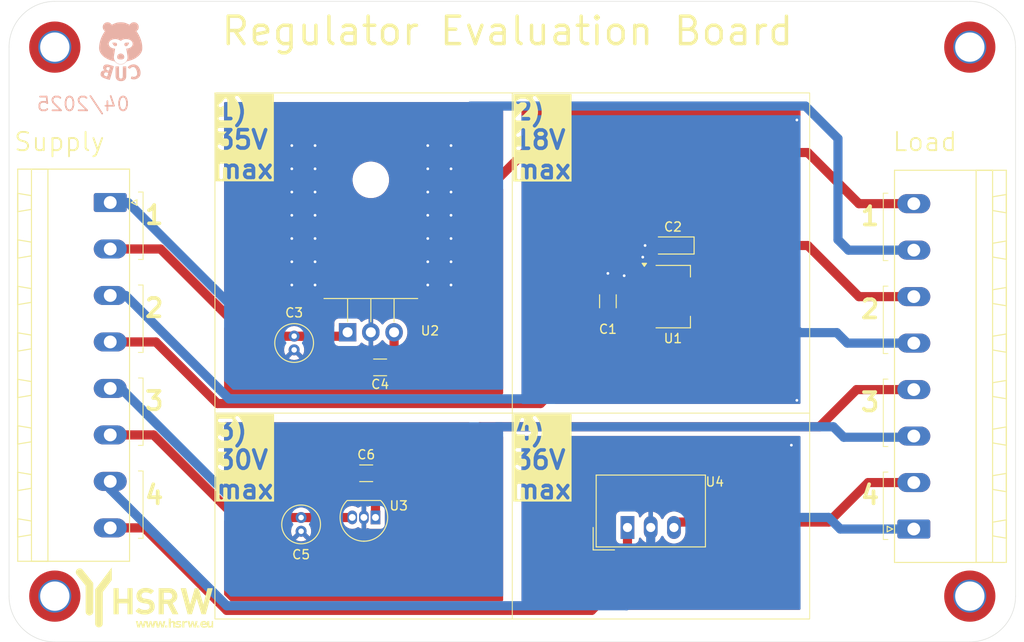
<source format=kicad_pcb>
(kicad_pcb (version 20241229) (generator "pcbnew") (generator_version "9.0")
  (title_block (comment 4 "AISLER Project ID: SXZZMHQP"))
  (layers (0 "F.Cu" signal) (2 "B.Cu" signal) (13 "F.Paste" user) (15 "B.Paste" user) (5 "F.SilkS" user "F.Silkscreen") (7 "B.SilkS" user "B.Silkscreen") (1 "F.Mask" user) (3 "B.Mask" user) (25 "Edge.Cuts" user))
  (net 0 "")
  (net 1 "GND")
  (net 2 "VPP")
  (net 3 "SOT-OUT")
  (net 4 "VAA")
  (net 5 "GND1")
  (net 6 "TO220-OUT")
  (net 7 "GND3")
  (net 8 "VDD")
  (net 9 "TO92-OUT")
  (net 10 "VCC")
  (net 11 "GND2")
  (net 12 "TSR-OUT")
  (footprint "Capacitor_SMD:C_1206_3216Metric" (layer "F.Cu") (at 129.032 131.572 180)
    (property "Reference" "C6" (at 0 2.032 0) (layer "F.SilkS"))
    (property "Value" "100n")
    (pad "1" smd roundrect (at -1.475 0 180) (size 1.15 1.8) (layers "F.Cu" "F.Mask" "F.Paste") (roundrect_rratio 0.217391) (net 9 "TO92-OUT"))
    (pad "2" smd roundrect (at 1.475 0 180) (size 1.15 1.8) (layers "F.Cu" "F.Mask" "F.Paste") (roundrect_rratio 0.217391) (net 7 "GND3"))
  )
  (footprint "MountingHole:MountingHole_3.2mm_M3_DIN965_Pad_TopOnly" (layer "F.Cu") (at 195 85)
    (property "Reference" "H2")
    (property "Value" "MountingHole")
    (pad "1" thru_hole circle (at 0 0) (size 3.6 3.6) (drill 3.2) (layers "*.Cu" "*.Mask"))
    (pad "1" connect circle (at 0 0) (size 5.6 5.6) (layers "F.Cu" "F.Mask"))
  )
  (footprint "Capacitor_SMD:C_1206_3216Metric" (layer "F.Cu") (at 155.448 112.776 90)
    (property "Reference" "C1" (at -3.048 0 180) (layer "F.SilkS"))
    (property "Value" "10u")
    (pad "1" smd roundrect (at -1.475 0 90) (size 1.15 1.8) (layers "F.Cu" "F.Mask" "F.Paste") (roundrect_rratio 0.217391) (net 2 "VPP"))
    (pad "2" smd roundrect (at 1.475 0 90) (size 1.15 1.8) (layers "F.Cu" "F.Mask" "F.Paste") (roundrect_rratio 0.217391) (net 11 "GND2"))
  )
  (footprint "01_MyLibrary:hsrw" (layer "F.Cu") (at 104.8 145.3)
    (property "Reference" "GL2")
    (property "Value" "~" (hide yes))
  )
  (footprint "Connector_Phoenix_MSTB:PhoenixContact_MSTBA_2,5_8-G-5,08_1x08_P5.08mm_Horizontal" (layer "F.Cu") (at 101.0595 101.981 -90)
    (property "Reference" "J1")
    (property "Value" "Conn_01x08")
    (pad "1" thru_hole roundrect (at 0 0 270) (size 2.08 3.6) (drill 1.4) (layers "*.Cu" "*.Mask") (roundrect_rratio 0.120192) (net 5 "GND1"))
    (pad "2" thru_hole oval (at 5.08 0 270) (size 2.08 3.6) (drill 1.4) (layers "*.Cu" "*.Mask") (net 4 "VAA"))
    (pad "3" thru_hole oval (at 10.16 0 270) (size 2.08 3.6) (drill 1.4) (layers "*.Cu" "*.Mask") (net 11 "GND2"))
    (pad "4" thru_hole oval (at 15.24 0 270) (size 2.08 3.6) (drill 1.4) (layers "*.Cu" "*.Mask") (net 2 "VPP"))
    (pad "5" thru_hole oval (at 20.32 0 270) (size 2.08 3.6) (drill 1.4) (layers "*.Cu" "*.Mask") (net 7 "GND3"))
    (pad "6" thru_hole oval (at 25.4 0 270) (size 2.08 3.6) (drill 1.4) (layers "*.Cu" "*.Mask") (net 8 "VDD"))
    (pad "7" thru_hole oval (at 30.48 0 270) (size 2.08 3.6) (drill 1.4) (layers "*.Cu" "*.Mask") (net 1 "GND"))
    (pad "8" thru_hole oval (at 35.56 0 270) (size 2.08 3.6) (drill 1.4) (layers "*.Cu" "*.Mask") (net 10 "VCC"))
  )
  (footprint "Capacitor_Tantalum_SMD:CP_EIA-3216-18_Kemet-A" (layer "F.Cu") (at 162.56 106.68 180)
    (property "Reference" "C2" (at 0 2.032 180) (layer "F.SilkS"))
    (property "Value" "22u")
    (pad "1" smd roundrect (at -1.35 0 180) (size 1.4 1.35) (layers "F.Cu" "F.Mask" "F.Paste") (roundrect_rratio 0.185185) (net 3 "SOT-OUT"))
    (pad "2" smd roundrect (at 1.35 0 180) (size 1.4 1.35) (layers "F.Cu" "F.Mask" "F.Paste") (roundrect_rratio 0.185185) (net 11 "GND2"))
  )
  (footprint "MountingHole:MountingHole_3.2mm_M3_DIN965_Pad_TopOnly" (layer "F.Cu") (at 95 85)
    (property "Reference" "H1")
    (property "Value" "MountingHole")
    (pad "1" thru_hole circle (at 0 0) (size 3.6 3.6) (drill 3.2) (layers "*.Cu" "*.Mask"))
    (pad "1" connect circle (at 0 0) (size 5.6 5.6) (layers "F.Cu" "F.Mask"))
  )
  (footprint "Connector_Phoenix_MSTB:PhoenixContact_MSTBA_2,5_8-G-5,08_1x08_P5.08mm_Horizontal" (layer "F.Cu") (at 188.8815 137.668 90)
    (property "Reference" "J2")
    (property "Value" "Conn_01x08")
    (pad "1" thru_hole roundrect (at 0 0 90) (size 2.08 3.6) (drill 1.4) (layers "*.Cu" "*.Mask") (roundrect_rratio 0.120192) (net 1 "GND"))
    (pad "2" thru_hole oval (at 5.08 0 90) (size 2.08 3.6) (drill 1.4) (layers "*.Cu" "*.Mask") (net 12 "TSR-OUT"))
    (pad "3" thru_hole oval (at 10.16 0 90) (size 2.08 3.6) (drill 1.4) (layers "*.Cu" "*.Mask") (net 7 "GND3"))
    (pad "4" thru_hole oval (at 15.24 0 90) (size 2.08 3.6) (drill 1.4) (layers "*.Cu" "*.Mask") (net 9 "TO92-OUT"))
    (pad "5" thru_hole oval (at 20.32 0 90) (size 2.08 3.6) (drill 1.4) (layers "*.Cu" "*.Mask") (net 11 "GND2"))
    (pad "6" thru_hole oval (at 25.4 0 90) (size 2.08 3.6) (drill 1.4) (layers "*.Cu" "*.Mask") (net 3 "SOT-OUT"))
    (pad "7" thru_hole oval (at 30.48 0 90) (size 2.08 3.6) (drill 1.4) (layers "*.Cu" "*.Mask") (net 5 "GND1"))
    (pad "8" thru_hole oval (at 35.56 0 90) (size 2.08 3.6) (drill 1.4) (layers "*.Cu" "*.Mask") (net 6 "TO220-OUT"))
  )
  (footprint "01_MyLibrary:CUB_tag_back" (layer "F.Cu") (at 102.146489 85.253396)
    (property "Reference" "GL1")
    (property "Value" "~" (hide yes))
  )
  (footprint "Capacitor_THT:C_Radial_D4.0mm_H7.0mm_P1.50mm" (layer "F.Cu") (at 121.92 136.41 -90)
    (property "Reference" "C5" (at 4.052 0 180) (layer "F.SilkS"))
    (property "Value" "330n")
    (pad "1" thru_hole circle (at 0 0 270) (size 1.2 1.2) (drill 0.6) (layers "*.Cu" "*.Mask") (net 8 "VDD"))
    (pad "2" thru_hole circle (at 1.5 0 270) (size 1.2 1.2) (drill 0.6) (layers "*.Cu" "*.Mask") (net 7 "GND3"))
  )
  (footprint "Package_TO_SOT_SMD:SOT-223-3_TabPin2" (layer "F.Cu") (at 162.56 112.268)
    (property "Reference" "U1" (at 0 4.572 180) (layer "F.SilkS"))
    (property "Value" "AZ1117-5.0")
    (pad "1" smd roundrect (at -3.15 -2.3) (size 2 1.5) (layers "F.Cu" "F.Mask" "F.Paste") (net 11 "GND2"))
    (pad "2" smd roundrect (at -3.15 0) (size 2 1.5) (layers "F.Cu" "F.Mask" "F.Paste") (net 3 "SOT-OUT"))
    (pad "2" smd roundrect (at 3.15 0) (size 2 3.8) (layers "F.Cu" "F.Mask" "F.Paste") (net 3 "SOT-OUT"))
    (pad "3" smd roundrect (at -3.15 2.3) (size 2 1.5) (layers "F.Cu" "F.Mask" "F.Paste") (net 2 "VPP"))
  )
  (footprint "Package_TO_SOT_THT:TO-220-3_Horizontal_TabDown" (layer "F.Cu") (at 127 116.164)
    (property "Reference" "U2" (at 9 -0.164 0) (layer "F.SilkS"))
    (property "Value" "LM7805_TO220")
    (pad "" np_thru_hole circle (at 2.54 -16.66) (size 3.5 3.5) (drill 3.5) (layers "*.Cu" "*.Mask"))
    (pad "1" thru_hole rect (at 0 0) (size 1.905 2) (drill 1.1) (layers "*.Cu" "*.Mask") (net 4 "VAA"))
    (pad "2" thru_hole oval (at 2.54 0) (size 1.905 2) (drill 1.1) (layers "*.Cu" "*.Mask") (net 5 "GND1"))
    (pad "3" thru_hole oval (at 5.08 0) (size 1.905 2) (drill 1.1) (layers "*.Cu" "*.Mask") (net 6 "TO220-OUT"))
  )
  (footprint "MountingHole:MountingHole_3.2mm_M3_DIN965_Pad_TopOnly" (layer "F.Cu") (at 195 145)
    (property "Reference" "H4")
    (property "Value" "MountingHole")
    (pad "1" thru_hole circle (at 0 0) (size 3.6 3.6) (drill 3.2) (layers "*.Cu" "*.Mask"))
    (pad "1" connect circle (at 0 0) (size 5.6 5.6) (layers "F.Cu" "F.Mask"))
  )
  (footprint "Package_TO_SOT_THT:TO-92_Inline" (layer "F.Cu") (at 130.048 136.398 180)
    (property "Reference" "U3" (at -2.54 1.27 0) (layer "F.SilkS"))
    (property "Value" "MC78L05_TO92")
    (pad "1" thru_hole rect (at 0 0 180) (size 1.05 1.5) (drill 0.75) (layers "*.Cu" "*.Mask") (net 9 "TO92-OUT"))
    (pad "2" thru_hole oval (at 1.27 0 180) (size 1.05 1.5) (drill 0.75) (layers "*.Cu" "*.Mask") (net 7 "GND3"))
    (pad "3" thru_hole oval (at 2.54 0 180) (size 1.05 1.5) (drill 0.75) (layers "*.Cu" "*.Mask") (net 8 "VDD"))
  )
  (footprint "Capacitor_SMD:C_1206_3216Metric" (layer "F.Cu") (at 130.556 120 180)
    (property "Reference" "C4" (at 0 -1.85 0) (layer "F.SilkS"))
    (property "Value" "100n")
    (pad "1" smd roundrect (at -1.475 0 180) (size 1.15 1.8) (layers "F.Cu" "F.Mask" "F.Paste") (roundrect_rratio 0.217391) (net 6 "TO220-OUT"))
    (pad "2" smd roundrect (at 1.475 0 180) (size 1.15 1.8) (layers "F.Cu" "F.Mask" "F.Paste") (roundrect_rratio 0.217391) (net 5 "GND1"))
  )
  (footprint "Capacitor_THT:C_Radial_D4.0mm_H7.0mm_P1.50mm" (layer "F.Cu") (at 121.158 116.586 -90)
    (property "Reference" "C3" (at -2.552 0 0) (layer "F.SilkS"))
    (property "Value" "330n")
    (pad "1" thru_hole circle (at 0 0 270) (size 1.2 1.2) (drill 0.6) (layers "*.Cu" "*.Mask") (net 4 "VAA"))
    (pad "2" thru_hole circle (at 1.5 0 270) (size 1.2 1.2) (drill 0.6) (layers "*.Cu" "*.Mask") (net 5 "GND1"))
  )
  (footprint "MountingHole:MountingHole_3.2mm_M3_DIN965_Pad_TopOnly" (layer "F.Cu") (at 95 145)
    (property "Reference" "H3")
    (property "Value" "MountingHole")
    (pad "1" thru_hole circle (at 0 0) (size 3.6 3.6) (drill 3.2) (layers "*.Cu" "*.Mask"))
    (pad "1" connect circle (at 0 0) (size 5.6 5.6) (layers "F.Cu" "F.Mask"))
  )
  (footprint "Converter_DCDC:Converter_DCDC_TRACO_TSR-1_THT" (layer "F.Cu") (at 157.5875 137.5)
    (property "Reference" "U4" (at 9.5445 -4.9845 0) (layer "F.SilkS"))
    (property "Value" "TSR_1-2450")
    (pad "1" thru_hole rect (at 0 0) (size 1.5 2.5) (drill 1) (layers "*.Cu" "*.Mask") (net 10 "VCC"))
    (pad "2" thru_hole oval (at 2.54 0) (size 1.5 2.5) (drill 1) (layers "*.Cu" "*.Mask") (net 1 "GND"))
    (pad "3" thru_hole oval (at 5.08 0) (size 1.5 2.5) (drill 1) (layers "*.Cu" "*.Mask") (net 12 "TSR-OUT"))
  )
  (gr_line (start 185.547 131.445) (end 185.547 138.811) (stroke (width 0.1)) (layer "F.SilkS"))
  (gr_line (start 104.14 131.318) (end 104.648 131.318) (stroke (width 0.1)) (layer "F.SilkS"))
  (gr_line (start 185.547 121.285) (end 185.547 128.651) (stroke (width 0.1)) (layer "F.SilkS"))
  (gr_line (start 112.5 125) (end 177.5 125) (stroke (width 0.1)) (layer "F.SilkS"))
  (gr_line (start 185.547 128.651) (end 186.055 128.651) (stroke (width 0.1)) (layer "F.SilkS"))
  (gr_line (start 104.648 100.838) (end 104.648 108.204) (stroke (width 0.1)) (layer "F.SilkS"))
  (gr_line (start 185.547 138.811) (end 186.055 138.811) (stroke (width 0.1)) (layer "F.SilkS"))
  (gr_line (start 186.055 121.285) (end 185.547 121.285) (stroke (width 0.1)) (layer "F.SilkS"))
  (gr_line (start 104.648 118.364) (end 104.14 118.364) (stroke (width 0.1)) (layer "F.SilkS"))
  (gr_line (start 186.055 100.965) (end 185.547 100.965) (stroke (width 0.1)) (layer "F.SilkS"))
  (gr_line (start 104.648 121.158) (end 104.648 128.524) (stroke (width 0.1)) (layer "F.SilkS"))
  (gr_line (start 185.547 100.965) (end 185.547 108.331) (stroke (width 0.1)) (layer "F.SilkS"))
  (gr_rect (start 112.5 90) (end 177.5 147.5) (stroke (width 0.1)) (fill no) (layer "F.SilkS"))
  (gr_line (start 145 90) (end 145 147.5) (stroke (width 0.1)) (layer "F.SilkS"))
  (gr_line (start 104.648 108.204) (end 104.14 108.204) (stroke (width 0.1)) (layer "F.SilkS"))
  (gr_line (start 186.055 111.125) (end 185.547 111.125) (stroke (width 0.1)) (layer "F.SilkS"))
  (gr_line (start 104.648 131.318) (end 104.648 138.684) (stroke (width 0.1)) (layer "F.SilkS"))
  (gr_line (start 104.14 121.158) (end 104.648 121.158) (stroke (width 0.1)) (layer "F.SilkS"))
  (gr_line (start 185.547 118.491) (end 186.055 118.491) (stroke (width 0.1)) (layer "F.SilkS"))
  (gr_line (start 186.055 131.445) (end 185.547 131.445) (stroke (width 0.1)) (layer "F.SilkS"))
  (gr_line (start 104.648 128.524) (end 104.14 128.524) (stroke (width 0.1)) (layer "F.SilkS"))
  (gr_line (start 104.648 110.998) (end 104.648 118.364) (stroke (width 0.1)) (layer "F.SilkS"))
  (gr_line (start 104.648 138.684) (end 104.14 138.684) (stroke (width 0.1)) (layer "F.SilkS"))
  (gr_line (start 185.547 108.331) (end 186.055 108.331) (stroke (width 0.1)) (layer "F.SilkS"))
  (gr_line (start 185.547 111.125) (end 185.547 118.491) (stroke (width 0.1)) (layer "F.SilkS"))
  (gr_line (start 104.14 110.998) (end 104.648 110.998) (stroke (width 0.1)) (layer "F.SilkS"))
  (gr_line (start 104.14 100.838) (end 104.648 100.838) (stroke (width 0.1)) (layer "F.SilkS"))
  (gr_arc (start 90 85) (mid 91.464466 81.464466) (end 95 80) (stroke (width 0.05)) (layer "Edge.Cuts"))
  (gr_line (start 95 150) (end 195 150) (stroke (width 0.05)) (layer "Edge.Cuts"))
  (gr_arc (start 195 80) (mid 198.535534 81.464466) (end 200 85) (stroke (width 0.05)) (layer "Edge.Cuts"))
  (gr_line (start 195 80) (end 95 80) (stroke (width 0.05)) (layer "Edge.Cuts"))
  (gr_line (start 90 85) (end 90 145) (stroke (width 0.05)) (layer "Edge.Cuts"))
  (gr_line (start 200 145) (end 200 85) (stroke (width 0.05)) (layer "Edge.Cuts"))
  (gr_arc (start 200 145) (mid 198.535534 148.535534) (end 195 150) (stroke (width 0.05)) (layer "Edge.Cuts"))
  (gr_arc (start 95 150) (mid 91.464466 148.535534) (end 90 145) (stroke (width 0.05)) (layer "Edge.Cuts"))
  (gr_text "2)\n18V\nmax" (at 144.9832 90.7542 0) (layer "F.SilkS" knockout) (effects (font (size 2 2) (thickness 0.4) (bold yes)) (justify left top)))
  (gr_text "1\n" (at 104.648 104.521 0) (layer "F.SilkS") (effects (font (size 2 2) (thickness 0.4) (bold yes)) (justify left bottom)))
  (gr_text "Supply" (at 90.424 96.52 0) (layer "F.SilkS") (effects (font (size 2 2) (thickness 0.2) (bold yes)) (justify left bottom)))
  (gr_text "2" (at 182.88 114.808 0) (layer "F.SilkS") (effects (font (size 2 2) (thickness 0.4) (bold yes)) (justify left bottom)))
  (gr_text "Regulator Evaluation Board" (at 113 85 0) (layer "F.SilkS") (effects (font (size 3 3) (thickness 0.375)) (justify left bottom)))
  (gr_text "4)\n36V\nmax" (at 144.9832 125.73 0) (layer "F.SilkS" knockout) (effects (font (size 2 2) (thickness 0.4) (bold yes)) (justify left top)))
  (gr_text "3" (at 182.88 124.968 0) (layer "F.SilkS") (effects (font (size 2 2) (thickness 0.4) (bold yes)) (justify left bottom)))
  (gr_text "1)\n35V\nmax" (at 112.4458 90.7288 0) (layer "F.SilkS" knockout) (effects (font (size 2 2) (thickness 0.4) (bold yes)) (justify left top)))
  (gr_text "4" (at 104.648 135.128 0) (layer "F.SilkS") (effects (font (size 2 2) (thickness 0.4) (bold yes)) (justify left bottom)))
  (gr_text "2" (at 104.648 114.681 0) (layer "F.SilkS") (effects (font (size 2 2) (thickness 0.4) (bold yes)) (justify left bottom)))
  (gr_text "1" (at 182.88 104.648 0) (layer "F.SilkS") (effects (font (size 2 2) (thickness 0.4) (bold yes)) (justify left bottom)))
  (gr_text "3)\n30V\nmax" (at 112.4712 125.73 0) (layer "F.SilkS" knockout) (effects (font (size 2 2) (thickness 0.4) (bold yes)) (justify left top)))
  (gr_text "Load" (at 186.436 96.52 0) (layer "F.SilkS") (effects (font (size 2 2) (thickness 0.2) (bold yes)) (justify left bottom)))
  (gr_text "4" (at 182.88 135.128 0) (layer "F.SilkS") (effects (font (size 2 2) (thickness 0.4) (bold yes)) (justify left bottom)))
  (gr_text "3" (at 104.648 124.841 0) (layer "F.SilkS") (effects (font (size 2 2) (thickness 0.4) (bold yes)) (justify left bottom)))
  (gr_text "04/2025" (at 103.3 92.1 0) (layer "B.SilkS") (effects (font (size 1.5 1.5) (thickness 0.1875)) (justify left bottom mirror)))
  (via (at 175.5 128.5) (size 0.7) (drill 0.3) (layers "F.Cu" "B.Cu") (net 1))
  (segment (start 180.848 137.668) (end 179.578 136.398) (width 1) (layer "B.Cu") (net 1))
  (segment (start 188.8815 137.668) (end 180.848 137.668) (width 1) (layer "B.Cu") (net 1))
  (segment (start 160.1275 143.4025) (end 160.1275 137.5) (width 1) (layer "B.Cu") (net 1))
  (segment (start 179.578 136.398) (end 173.228 136.398) (width 1) (layer "B.Cu") (net 1))
  (segment (start 101.0595 133.3175) (end 113.792 146.05) (width 1) (layer "B.Cu") (net 1))
  (segment (start 157.48 146.05) (end 160.1275 143.4025) (width 1) (layer "B.Cu") (net 1))
  (segment (start 173.228 136.398) (end 171.704 134.874) (width 1) (layer "B.Cu") (net 1))
  (segment (start 113.792 146.05) (end 157.48 146.05) (width 1) (layer "B.Cu") (net 1))
  (segment (start 101.0595 132.461) (end 101.0595 133.3175) (width 1) (layer "B.Cu") (net 1))
  (segment (start 148.082 123.952) (end 155.448 116.586) (width 1) (layer "F.Cu") (net 2))
  (segment (start 155.448 114.251) (end 159.093 114.251) (width 1) (layer "F.Cu") (net 2))
  (segment (start 106.045 117.221) (end 112.776 123.952) (width 1) (layer "F.Cu") (net 2))
  (segment (start 101.0595 117.221) (end 106.045 117.221) (width 1) (layer "F.Cu") (net 2))
  (segment (start 112.776 123.952) (end 148.082 123.952) (width 1) (layer "F.Cu") (net 2))
  (segment (start 159.093 114.251) (end 159.41 114.568) (width 1) (layer "F.Cu") (net 2))
  (segment (start 155.448 116.586) (end 155.448 114.251) (width 1) (layer "F.Cu") (net 2))
  (segment (start 182.88 112.268) (end 177.292 106.68) (width 1) (layer "F.Cu") (net 3))
  (segment (start 165.71 109.81) (end 163.91 108.01) (width 1) (layer "F.Cu") (net 3))
  (segment (start 163.91 108.01) (end 163.91 106.68) (width 1) (layer "F.Cu") (net 3))
  (segment (start 159.41 112.268) (end 165.71 112.268) (width 1) (layer "F.Cu") (net 3))
  (segment (start 177.292 106.68) (end 163.91 106.68) (width 1) (layer "F.Cu") (net 3))
  (segment (start 188.8815 112.268) (end 182.88 112.268) (width 1) (layer "F.Cu") (net 3))
  (segment (start 165.71 112.268) (end 165.71 109.81) (width 1) (layer "F.Cu") (net 3))
  (segment (start 121.92 116.598) (end 126.566 116.598) (width 1) (layer "F.Cu") (net 4))
  (segment (start 106.553 107.061) (end 116.09 116.598) (width 1) (layer "F.Cu") (net 4))
  (segment (start 116.09 116.598) (end 121.92 116.598) (width 1) (layer "F.Cu") (net 4))
  (segment (start 126.566 116.598) (end 127 116.164) (width 1) (layer "F.Cu") (net 4))
  (segment (start 101.0595 107.061) (end 106.553 107.061) (width 1) (layer "F.Cu") (net 4))
  (via (at 120.904 110.998) (size 0.6) (drill 0.3) (layers "F.Cu" "B.Cu") (net 5))
  (via (at 120.904 108.458) (size 0.6) (drill 0.3) (layers "F.Cu" "B.Cu") (net 5))
  (via (at 123.444 105.918) (size 0.6) (drill 0.3) (layers "F.Cu" "B.Cu") (net 5))
  (via (at 135.763 108.458) (size 0.6) (drill 0.3) (layers "F.Cu" "B.Cu") (net 5))
  (via (at 123.444 108.458) (size 0.6) (drill 0.3) (layers "F.Cu" "B.Cu") (net 5))
  (via (at 123.444 110.998) (size 0.6) (drill 0.3) (layers "F.Cu" "B.Cu") (net 5))
  (via (at 135.763 105.918) (size 0.6) (drill 0.3) (layers "F.Cu" "B.Cu") (net 5))
  (via (at 123.444 103.378) (size 0.6) (drill 0.3) (layers "F.Cu" "B.Cu") (net 5))
  (via (at 123.444 98.298) (size 0.6) (drill 0.3) (layers "F.Cu" "B.Cu") (net 5))
  (via (at 120.904 95.758) (size 0.6) (drill 0.3) (layers "F.Cu" "B.Cu") (net 5))
  (via (at 135.763 110.998) (size 0.6) (drill 0.3) (layers "F.Cu" "B.Cu") (net 5))
  (via (at 138.303 95.758) (size 0.6) (drill 0.3) (layers "F.Cu" "B.Cu") (net 5))
  (via (at 120.904 98.298) (size 0.6) (drill 0.3) (layers "F.Cu" "B.Cu") (net 5))
  (via (at 120.904 103.378) (size 0.6) (drill 0.3) (layers "F.Cu" "B.Cu") (net 5))
  (via (at 138.303 103.378) (size 0.6) (drill 0.3) (layers "F.Cu" "B.Cu") (net 5))
  (via (at 138.303 108.458) (size 0.6) (drill 0.3) (layers "F.Cu" "B.Cu") (net 5))
  (via (at 135.763 100.838) (size 0.6) (drill 0.3) (layers "F.Cu" "B.Cu") (net 5))
  (via (at 123.444 100.838) (size 0.6) (drill 0.3) (layers "F.Cu" "B.Cu") (net 5))
  (via (at 120.904 100.838) (size 0.6) (drill 0.3) (layers "F.Cu" "B.Cu") (net 5))
  (via (at 135.763 103.378) (size 0.6) (drill 0.3) (layers "F.Cu" "B.Cu") (net 5))
  (via (at 135.763 95.758) (size 0.6) (drill 0.3) (layers "F.Cu" "B.Cu") (net 5))
  (via (at 123.444 95.758) (size 0.6) (drill 0.3) (layers "F.Cu" "B.Cu") (net 5))
  (via (at 135.763 98.298) (size 0.6) (drill 0.3) (layers "F.Cu" "B.Cu") (net 5))
  (via (at 138.303 110.998) (size 0.6) (drill 0.3) (layers "F.Cu" "B.Cu") (net 5))
  (via (at 138.303 98.298) (size 0.6) (drill 0.3) (layers "F.Cu" "B.Cu") (net 5))
  (via (at 138.303 100.838) (size 0.6) (drill 0.3) (layers "F.Cu" "B.Cu") (net 5))
  (via (at 138.303 105.918) (size 0.6) (drill 0.3) (layers "F.Cu" "B.Cu") (net 5))
  (via (at 120.904 105.918) (size 0.6) (drill 0.3) (layers "F.Cu" "B.Cu") (net 5))
  (segment (start 180.594 106.045) (end 181.737 107.188) (width 1) (layer "B.Cu") (net 5))
  (segment (start 140.462 91.44) (end 177.038 91.44) (width 1) (layer "B.Cu") (net 5))
  (segment (start 181.737 107.188) (end 188.8815 107.188) (width 1) (layer "B.Cu") (net 5))
  (segment (start 112.522 111.506) (end 114.554 113.538) (width 1) (layer "B.Cu") (net 5))
  (segment (start 101.0595 101.981) (end 102.997 101.981) (width 1) (layer "B.Cu") (net 5))
  (segment (start 139.954 91.948) (end 140.462 91.44) (width 1) (layer "B.Cu") (net 5))
  (segment (start 102.997 101.981) (end 112.522 111.506) (width 1) (layer "B.Cu") (net 5))
  (segment (start 177.038 91.44) (end 180.594 94.996) (width 1) (layer "B.Cu") (net 5))
  (segment (start 114.554 113.538) (end 115.062 113.538) (width 1) (layer "B.Cu") (net 5))
  (segment (start 180.594 94.996) (end 180.594 106.045) (width 1) (layer "B.Cu") (net 5))
  (segment (start 141.224 115.824) (end 141.224 101.6) (width 1) (layer "F.Cu") (net 6))
  (segment (start 137.16 119.888) (end 141.224 115.824) (width 1) (layer "F.Cu") (net 6))
  (segment (start 132.031 120) (end 132.143 119.888) (width 1) (layer "F.Cu") (net 6))
  (segment (start 182.88 102.108) (end 188.8815 102.108) (width 1) (layer "F.Cu") (net 6))
  (segment (start 132.08 116.164) (end 132.08 119.951) (width 1) (layer "F.Cu") (net 6))
  (segment (start 132.143 119.888) (end 137.16 119.888) (width 1) (layer "F.Cu") (net 6))
  (segment (start 141.224 101.6) (end 146.304 96.52) (width 1) (layer "F.Cu") (net 6))
  (segment (start 132.08 119.951) (end 132.031 120) (width 1) (layer "F.Cu") (net 6))
  (segment (start 177.292 96.52) (end 182.88 102.108) (width 1) (layer "F.Cu") (net 6))
  (segment (start 146.304 96.52) (end 177.292 96.52) (width 1) (layer "F.Cu") (net 6))
  (segment (start 114.046 134.112) (end 102.235 122.301) (width 1) (layer "B.Cu") (net 7))
  (segment (start 117.094 134.112) (end 114.046 134.112) (width 1) (layer "B.Cu") (net 7))
  (segment (start 102.235 122.301) (end 101.0595 122.301) (width 1) (layer "B.Cu") (net 7))
  (segment (start 188.8815 127.508) (end 188.7545 127.635) (width 1) (layer "B.Cu") (net 7))
  (segment (start 188.7545 127.635) (end 181.229 127.635) (width 1) (layer "B.Cu") (net 7))
  (segment (start 180.086 126.492) (end 143.256 126.492) (width 1) (layer "B.Cu") (net 7))
  (segment (start 181.229 127.635) (end 180.086 126.492) (width 1) (layer "B.Cu") (net 7))
  (segment (start 127.496 136.41) (end 127.508 136.398) (width 1) (layer "F.Cu") (net 8))
  (segment (start 105.791 127.381) (end 114.82 136.41) (width 1) (layer "F.Cu") (net 8))
  (segment (start 122.682 136.41) (end 114.82 136.41) (width 1) (layer "F.Cu") (net 8))
  (segment (start 122.682 136.41) (end 127.496 136.41) (width 1) (layer "F.Cu") (net 8))
  (segment (start 101.0595 127.381) (end 105.791 127.381) (width 1) (layer "F.Cu") (net 8))
  (segment (start 130.048 136.398) (end 130.048 134.152) (width 1) (layer "F.Cu") (net 9))
  (segment (start 141.478 126.492) (end 178.562 126.492) (width 1) (layer "F.Cu") (net 9))
  (segment (start 130.048 134.152) (end 130.507 133.693) (width 1) (layer "F.Cu") (net 9))
  (segment (start 182.626 122.428) (end 188.8815 122.428) (width 1) (layer "F.Cu") (net 9))
  (segment (start 130.507 131.572) (end 136.398 131.572) (width 1) (layer "F.Cu") (net 9))
  (segment (start 178.562 126.492) (end 182.626 122.428) (width 1) (layer "F.Cu") (net 9))
  (segment (start 136.398 131.572) (end 141.478 126.492) (width 1) (layer "F.Cu") (net 9))
  (segment (start 130.507 133.693) (end 130.507 131.572) (width 1) (layer "F.Cu") (net 9))
  (segment (start 153.67 146.558) (end 157.5875 142.6405) (width 1) (layer "F.Cu") (net 10))
  (segment (start 104.775 137.541) (end 113.792 146.558) (width 1) (layer "F.Cu") (net 10))
  (segment (start 157.5875 142.6405) (end 157.5875 137.5) (width 1) (layer "F.Cu") (net 10))
  (segment (start 113.792 146.558) (end 153.67 146.558) (width 1) (layer "F.Cu") (net 10))
  (segment (start 101.0595 137.541) (end 104.775 137.541) (width 1) (layer "F.Cu") (net 10))
  (via (at 157.226 109.982) (size 0.7) (drill 0.3) (layers "F.Cu" "B.Cu") (net 11))
  (via (at 159.258 107.95) (size 0.7) (drill 0.3) (layers "F.Cu" "B.Cu") (net 11))
  (via (at 159.512 106.68) (size 0.7) (drill 0.3) (layers "F.Cu" "B.Cu") (net 11))
  (via (at 176.1 123.6) (size 0.7) (drill 0.3) (layers "F.Cu" "B.Cu") (net 11))
  (via (at 155.448 109.728) (size 0.7) (drill 0.3) (layers "F.Cu" "B.Cu") (net 11))
  (via (at 176.1 92.964) (size 0.7) (drill 0.3) (layers "F.Cu" "B.Cu") (net 11))
  (segment (start 180.467 116.205) (end 176.403 116.205) (width 1) (layer "B.Cu") (net 11))
  (segment (start 147.193 122.428) (end 147.828 122.428) (width 1) (layer "B.Cu") (net 11))
  (segment (start 114.046 123.444) (end 146.177 123.444) (width 1) (layer "B.Cu") (net 11))
  (segment (start 146.177 123.444) (end 147.193 122.428) (width 1) (layer "B.Cu") (net 11))
  (segment (start 101.0595 112.141) (end 102.743 112.141) (width 1) (layer "B.Cu") (net 11))
  (segment (start 181.61 117.348) (end 180.467 116.205) (width 1) (layer "B.Cu") (net 11))
  (segment (start 188.8815 117.348) (end 181.61 117.348) (width 1) (layer "B.Cu") (net 11))
  (segment (start 176.403 116.205) (end 176.022 115.824) (width 1) (layer "B.Cu") (net 11))
  (segment (start 102.743 112.141) (end 114.046 123.444) (width 1) (layer "B.Cu") (net 11))
  (segment (start 163.2615 136.906) (end 162.6675 137.5) (width 1) (layer "F.Cu") (net 12))
  (segment (start 183.896 132.588) (end 179.578 136.906) (width 1) (layer "F.Cu") (net 12))
  (segment (start 179.578 136.906) (end 163.2615 136.906) (width 1) (layer "F.Cu") (net 12))
  (segment (start 188.8815 132.588) (end 183.896 132.588) (width 1) (layer "F.Cu") (net 12))
  (zone (net 3) (net_name "SOT-OUT") (layer "F.Cu") (priority 4) (connect_pads (clearance 0.5)) (min_thickness 0.25) (fill yes (thermal_gap 0.5) (thermal_bridge_width 0.8))
    (polygon (pts (xy 158 111) (xy 158 113.5) (xy 161 113.5) (xy 161 117) (xy 171 117) (xy 171 108) (xy 161 108) (xy 161 111)))
  )
  (zone (net 7) (net_name "GND3") (layers "F.Cu" "B.Cu") (priority 2) (connect_pads (clearance 0.5)) (min_thickness 0.25) (fill yes (thermal_gap 0.5) (thermal_bridge_width 0.5))
    (polygon (pts (xy 113.5 126) (xy 144 126) (xy 144 146.5) (xy 113.5 146.5)))
  )
  (zone (net 5) (net_name "GND1") (layers "F.Cu" "B.Cu") (connect_pads (clearance 0.5)) (min_thickness 0.25) (fill yes (thermal_gap 0.5) (thermal_bridge_width 0.5))
    (polygon (pts (xy 113.5 91) (xy 144 91) (xy 144 124) (xy 113.5 124)))
  )
  (zone (net 1) (net_name "GND") (layers "F.Cu" "B.Cu") (priority 3) (connect_pads (clearance 0.5)) (min_thickness 0.25) (fill yes (thermal_gap 0.5) (thermal_bridge_width 0.5))
    (polygon (pts (xy 146 126) (xy 176.5 126) (xy 176.5 146.5) (xy 146 146.5)))
  )
  (zone (net 11) (net_name "GND2") (layers "F.Cu" "B.Cu") (priority 1) (connect_pads (clearance 0.5)) (min_thickness 0.25) (fill yes (thermal_gap 0.5) (thermal_bridge_width 0.5))
    (polygon (pts (xy 146 91) (xy 176.5 91) (xy 176.5 124) (xy 146 124)))
  )
)
</source>
